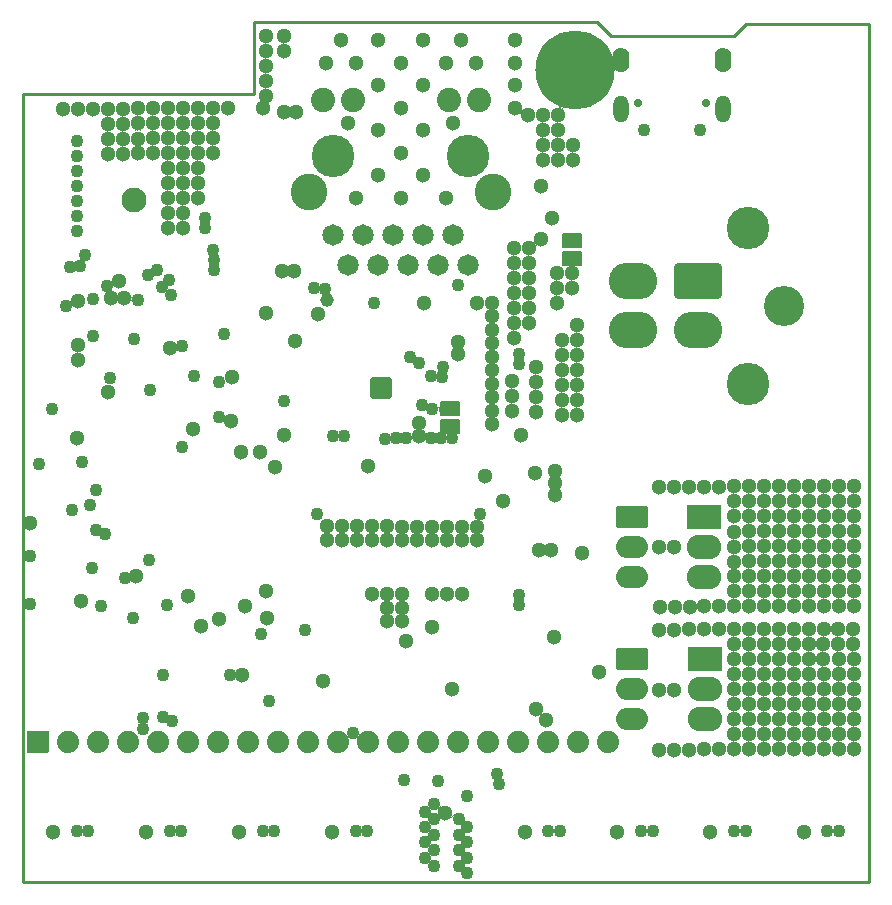
<source format=gbr>
%TF.GenerationSoftware,KiCad,Pcbnew,(6.0.8)*%
%TF.CreationDate,2023-03-02T15:21:57+03:00*%
%TF.ProjectId,ESP32-DEVKIT-L,45535033-322d-4444-9556-4b49542d4c2e,1*%
%TF.SameCoordinates,PX4260300PY8558f68*%
%TF.FileFunction,Soldermask,Bot*%
%TF.FilePolarity,Negative*%
%FSLAX46Y46*%
G04 Gerber Fmt 4.6, Leading zero omitted, Abs format (unit mm)*
G04 Created by KiCad (PCBNEW (6.0.8)) date 2023-03-02 15:21:57*
%MOMM*%
%LPD*%
G01*
G04 APERTURE LIST*
G04 Aperture macros list*
%AMRoundRect*
0 Rectangle with rounded corners*
0 $1 Rounding radius*
0 $2 $3 $4 $5 $6 $7 $8 $9 X,Y pos of 4 corners*
0 Add a 4 corners polygon primitive as box body*
4,1,4,$2,$3,$4,$5,$6,$7,$8,$9,$2,$3,0*
0 Add four circle primitives for the rounded corners*
1,1,$1+$1,$2,$3*
1,1,$1+$1,$4,$5*
1,1,$1+$1,$6,$7*
1,1,$1+$1,$8,$9*
0 Add four rect primitives between the rounded corners*
20,1,$1+$1,$2,$3,$4,$5,0*
20,1,$1+$1,$4,$5,$6,$7,0*
20,1,$1+$1,$6,$7,$8,$9,0*
20,1,$1+$1,$8,$9,$2,$3,0*%
G04 Aperture macros list end*
%TA.AperFunction,Profile*%
%ADD10C,0.254000*%
%TD*%
%ADD11C,2.101600*%
%ADD12RoundRect,0.200000X-0.711200X0.711200X-0.711200X-0.711200X0.711200X-0.711200X0.711200X0.711200X0*%
%ADD13C,3.600000*%
%ADD14C,1.810000*%
%ADD15C,2.050000*%
%ADD16C,3.100000*%
%ADD17C,1.600000*%
%ADD18C,6.700000*%
%ADD19RoundRect,0.050800X-0.889000X-0.889000X0.889000X-0.889000X0.889000X0.889000X-0.889000X0.889000X0*%
%ADD20C,1.879600*%
%ADD21RoundRect,0.200000X-1.150000X0.750000X-1.150000X-0.750000X1.150000X-0.750000X1.150000X0.750000X0*%
%ADD22O,2.700000X1.900000*%
%ADD23RoundRect,0.200000X-1.250000X0.850000X-1.250000X-0.850000X1.250000X-0.850000X1.250000X0.850000X0*%
%ADD24O,2.900000X2.100000*%
%ADD25C,3.400000*%
%ADD26RoundRect,0.450001X-1.599999X1.099999X-1.599999X-1.099999X1.599999X-1.099999X1.599999X1.099999X0*%
%ADD27O,4.100000X3.100000*%
%ADD28C,0.701600*%
%ADD29O,1.301600X2.301600*%
%ADD30O,1.401600X2.101600*%
%ADD31RoundRect,0.050800X0.800100X-0.584200X0.800100X0.584200X-0.800100X0.584200X-0.800100X-0.584200X0*%
%ADD32C,1.300000*%
%ADD33C,1.100000*%
%ADD34C,1.150000*%
G04 APERTURE END LIST*
D10*
X48650000Y72773492D02*
X49770000Y71659000D01*
X48650000Y72773492D02*
X19554000Y72769000D01*
X-4000Y66673000D02*
X0Y0D01*
X61200000Y72675000D02*
X71675000Y72675000D01*
X19554000Y66673000D02*
X19554000Y72769000D01*
X60184000Y71659000D02*
X61200000Y72675000D01*
X49770000Y71659000D02*
X60184000Y71659000D01*
X71675000Y72675000D02*
X71675000Y0D01*
X-4000Y66673000D02*
X19554000Y66673000D01*
X0Y0D02*
X71675000Y0D01*
X48650000Y72773492D02*
X49770000Y71659000D01*
X48650000Y72773492D02*
X19554000Y72769000D01*
X-4000Y66673000D02*
X0Y0D01*
X61200000Y72675000D02*
X71675000Y72675000D01*
X19554000Y66673000D02*
X19554000Y72769000D01*
X60184000Y71659000D02*
X61200000Y72675000D01*
X49770000Y71659000D02*
X60184000Y71659000D01*
X71675000Y72675000D02*
X71675000Y0D01*
X-4000Y66673000D02*
X19554000Y66673000D01*
X0Y0D02*
X71675000Y0D01*
D11*
X9410000Y57742000D03*
D12*
X30349000Y41781000D03*
D13*
X26285000Y61466000D03*
X37715000Y61466000D03*
D14*
X36455000Y54766000D03*
X35185000Y52226000D03*
X33915000Y54766000D03*
X32645000Y52226000D03*
X31375000Y54766000D03*
X30105000Y52226000D03*
X28835000Y54766000D03*
X27565000Y52226000D03*
D15*
X27930000Y66214500D03*
X38610000Y66214500D03*
D16*
X39800000Y58416000D03*
X24200000Y58416000D03*
D15*
X25390000Y66214500D03*
X36070000Y66214500D03*
D17*
X45081000Y70356000D03*
X45081000Y66927000D03*
X49145000Y68705000D03*
X48383000Y70356000D03*
X44319000Y68705000D03*
X48383000Y67054000D03*
X46732000Y71118000D03*
D18*
X46732000Y68705000D03*
D17*
X46732000Y66292000D03*
D19*
X1266000Y11809000D03*
D20*
X3806000Y11809000D03*
X6346000Y11809000D03*
X8886000Y11809000D03*
X11426000Y11809000D03*
X13966000Y11809000D03*
X16506000Y11809000D03*
X19046000Y11809000D03*
X21586000Y11809000D03*
X24126000Y11809000D03*
X26666000Y11809000D03*
X29206000Y11809000D03*
X31746000Y11809000D03*
X34286000Y11809000D03*
X36826000Y11809000D03*
X39366000Y11809000D03*
X41906000Y11809000D03*
X44446000Y11809000D03*
X46986000Y11809000D03*
X49526000Y11809000D03*
D14*
X26300000Y54775000D03*
D21*
X51610000Y30925000D03*
D22*
X51610000Y28385000D03*
X51610000Y25845000D03*
D21*
X51610000Y18850000D03*
D22*
X51610000Y16310000D03*
X51610000Y13770000D03*
D23*
X57725000Y18875000D03*
D24*
X57725000Y16335000D03*
X57725000Y13795000D03*
D23*
X57717500Y30935000D03*
D24*
X57717500Y28395000D03*
X57717500Y25855000D03*
D25*
X64465000Y48800000D03*
D26*
X57165000Y50900000D03*
D27*
X57165000Y46700000D03*
X51665000Y50900000D03*
X51665000Y46700000D03*
D28*
X57865000Y65920000D03*
X52085000Y65920000D03*
D29*
X59295000Y65420000D03*
D30*
X59295000Y69600000D03*
D29*
X50655000Y65420000D03*
D30*
X50655000Y69600000D03*
D14*
X37715000Y52225000D03*
D13*
X61365000Y42200000D03*
X61365000Y55400000D03*
D26*
X57165000Y50900000D03*
D27*
X57165000Y46700000D03*
X51665000Y50900000D03*
X51665000Y46700000D03*
D31*
X36135488Y38539500D03*
X36135488Y38539500D03*
X36135488Y40063500D03*
X46475000Y52763000D03*
X46475000Y52763000D03*
X46475000Y54287000D03*
D32*
X14380071Y38372992D03*
X32130000Y24381000D03*
X33400000Y28948000D03*
X32130000Y30091000D03*
X33400000Y30091000D03*
X34670000Y28948000D03*
X32130000Y28948000D03*
X34670000Y30091000D03*
X34670000Y24378000D03*
X32130000Y23235000D03*
X38480000Y28945000D03*
X38480000Y30088000D03*
X32130000Y22088000D03*
X35940000Y28945000D03*
X35940000Y30088000D03*
X37210000Y30088000D03*
X37210000Y28945000D03*
X20570000Y66548000D03*
X35940000Y24378000D03*
X3400000Y65468000D03*
X4680000Y65478000D03*
X30860000Y22088000D03*
X30860000Y23235000D03*
X29590000Y24378000D03*
X20570000Y67818000D03*
X30860000Y24382000D03*
X46920000Y39553000D03*
X13585000Y56623000D03*
X9765000Y61698000D03*
X46470000Y50273000D03*
X41620000Y46033000D03*
X13575000Y62968000D03*
X14845000Y62973000D03*
X20323700Y65490519D03*
X45650000Y45898000D03*
X46920000Y45898000D03*
X30857000Y28952000D03*
X43459261Y42348000D03*
X45650000Y40823000D03*
X7230000Y64213000D03*
D33*
X36318004Y37588000D03*
D32*
X45200000Y50273000D03*
X22094000Y65147000D03*
X7230000Y62943000D03*
X16115000Y64248000D03*
X22094000Y70354000D03*
X41625000Y49838000D03*
X46920000Y43358000D03*
X4695000Y44192000D03*
X41450000Y42443000D03*
X12325000Y59163000D03*
X33524000Y38858000D03*
X29206000Y35175000D03*
X20570000Y48129000D03*
X7230000Y61673000D03*
X41625000Y47298000D03*
X46920000Y42088000D03*
X28317000Y28952000D03*
X8500000Y61673000D03*
X45650000Y39553000D03*
X39747000Y45589000D03*
X44940000Y20738000D03*
X45200000Y51523000D03*
X43475000Y39823000D03*
X21967000Y51685000D03*
X14845000Y64248000D03*
X14855000Y57893000D03*
X16125000Y61703000D03*
X44812500Y56173000D03*
X41625000Y51108000D03*
X41450000Y39903000D03*
X12325000Y55353000D03*
X43475000Y43573000D03*
X42895000Y53643000D03*
X41625000Y48568000D03*
X45195000Y49008000D03*
D33*
X32761988Y44446000D03*
D32*
X12305000Y64238000D03*
X12315000Y60433000D03*
X22094000Y71624000D03*
D33*
X33524000Y43938000D03*
D32*
X11035000Y64238000D03*
X23110000Y65147000D03*
X7489000Y49399000D03*
X12325000Y57893000D03*
X42895000Y49838000D03*
X46920000Y44628000D03*
X23070479Y45803479D03*
X46470000Y51523000D03*
X17385000Y65498000D03*
X16115000Y62973000D03*
X41625000Y52373000D03*
X22957600Y51685000D03*
D33*
X631000Y23491000D03*
D32*
X34635525Y21610100D03*
X8500000Y65483000D03*
X43684000Y28063000D03*
X42895000Y47298000D03*
X13585000Y60433000D03*
X9765000Y64238000D03*
X14855000Y59163000D03*
X46920000Y40823000D03*
X11035000Y61698000D03*
X9765000Y65508000D03*
X13585000Y57893000D03*
X11035000Y65508000D03*
X8568500Y49399561D03*
X39154589Y34343411D03*
D33*
X631000Y27555000D03*
D32*
X25015000Y48065500D03*
X11035000Y62968000D03*
X4905900Y23813898D03*
X44700000Y28063000D03*
X14845000Y65498000D03*
X13575000Y65508000D03*
X41625000Y53643000D03*
X13585000Y55353000D03*
X46925000Y47163000D03*
X36826000Y45716000D03*
X14855000Y60433000D03*
X45650000Y42088000D03*
X4695000Y45462000D03*
X33524000Y37715000D03*
X41450000Y41173000D03*
X36826000Y44700000D03*
X39747000Y43303000D03*
X12305000Y65508000D03*
X16115000Y65498000D03*
X8500000Y64213000D03*
X22147260Y37868000D03*
X12305000Y62968000D03*
X13585000Y59163000D03*
X39747000Y44446000D03*
X4695000Y49145000D03*
X45650000Y43358000D03*
X42895000Y51108000D03*
X14855000Y61718000D03*
X4568000Y37587848D03*
X45650000Y44628000D03*
X13575000Y64238000D03*
X7230000Y65483000D03*
X12305000Y61698000D03*
X42895000Y52373000D03*
X43352843Y34630393D03*
X43459261Y41078000D03*
X44065000Y63623000D03*
X41652000Y71243000D03*
X45335000Y62353000D03*
X39747000Y38731000D03*
X27047000Y30095000D03*
X20570000Y71624000D03*
X5960000Y65483000D03*
X46605000Y61083000D03*
X39747000Y46732000D03*
X44065000Y62353000D03*
X41652000Y65528000D03*
X9770000Y62943000D03*
X8500000Y62943000D03*
X25777000Y28952000D03*
X39747000Y39874000D03*
X44050000Y61098000D03*
X28317000Y30095000D03*
X27047000Y28952000D03*
X39747000Y41017000D03*
X25777000Y30095000D03*
X30857000Y30095000D03*
X39747000Y42160000D03*
X13585000Y61718000D03*
X39747000Y47875000D03*
X46605000Y62353000D03*
X20570000Y69084000D03*
X44065000Y64893000D03*
X45335000Y64893000D03*
X45335000Y61083000D03*
X41652000Y67433000D03*
D33*
X34540000Y37588000D03*
D32*
X42895000Y48568000D03*
X29587000Y28952000D03*
X29587000Y30095000D03*
X42795000Y64893000D03*
X45335000Y63623000D03*
X12325000Y56623000D03*
X41652000Y69338000D03*
X39747000Y49018000D03*
X644186Y30348000D03*
D33*
X35429000Y37588000D03*
D32*
X37207000Y24380000D03*
X20570000Y70354000D03*
X14015299Y24177800D03*
X55150000Y28385000D03*
X61490000Y30950000D03*
X60185000Y18845000D03*
X67805000Y17590000D03*
X65290000Y12515000D03*
X69090000Y11235000D03*
X69080000Y32220000D03*
X60205000Y16295000D03*
X63985000Y20130000D03*
X62760000Y12505000D03*
X65280000Y33500000D03*
X55185000Y23310000D03*
X60205000Y17565000D03*
X64005000Y15040000D03*
X64030000Y12505000D03*
X61455000Y21390000D03*
X53915000Y23310000D03*
X67830000Y29690000D03*
X57655000Y21375000D03*
X61490000Y29680000D03*
X69090000Y29680000D03*
X61480000Y32220000D03*
X56400000Y21375000D03*
X69090000Y12505000D03*
X61490000Y13775000D03*
X56430000Y11210000D03*
X64030000Y13775000D03*
X62760000Y13775000D03*
D33*
X40174428Y9133880D03*
D32*
X70355000Y33490000D03*
X69115000Y23335000D03*
X61490000Y12505000D03*
X56425000Y33475000D03*
X69090000Y28410000D03*
X66535000Y17590000D03*
X65290000Y13785000D03*
X69055000Y21390000D03*
X17680000Y42740000D03*
X67825000Y33510000D03*
X62735000Y16310000D03*
X67855000Y24615000D03*
X21366779Y35096779D03*
X64005000Y16310000D03*
X70360000Y30950000D03*
X61465000Y16310000D03*
X65265000Y17590000D03*
X58220000Y4230000D03*
X62755000Y32220000D03*
X12461090Y45243100D03*
X61515000Y25875000D03*
X61455000Y20120000D03*
X65315000Y23345000D03*
X70360000Y28410000D03*
X60230000Y11220000D03*
X58955000Y33475000D03*
X60230000Y28395000D03*
X64000000Y21400000D03*
X69055000Y20120000D03*
X65265000Y18860000D03*
X66560000Y30960000D03*
X70385000Y24605000D03*
X70355000Y32220000D03*
X60230000Y27125000D03*
X62755000Y33490000D03*
X64055000Y24605000D03*
X61515000Y24605000D03*
X67810000Y30970000D03*
X64030000Y28410000D03*
X64030000Y29680000D03*
X67810000Y32240000D03*
X16603499Y22239588D03*
X60210000Y30945000D03*
X10420000Y4215669D03*
X67830000Y11245000D03*
X66530000Y21400000D03*
X70330000Y21390000D03*
X70330000Y20120000D03*
X2560000Y4220000D03*
X67855000Y23345000D03*
X63985000Y18860000D03*
X55160000Y11210000D03*
X70335000Y16310000D03*
X15064589Y21704589D03*
X53890000Y11210000D03*
X57680000Y33475000D03*
X61515000Y23335000D03*
X42489227Y4220000D03*
X57690000Y11220000D03*
X69065000Y18850000D03*
X66560000Y12515000D03*
X66560000Y13785000D03*
X67785000Y18870000D03*
X65255000Y21400000D03*
X61490000Y27140000D03*
X64030000Y27140000D03*
X62785000Y24605000D03*
X64025000Y33500000D03*
X69080000Y33490000D03*
X69090000Y27140000D03*
X20580000Y24670000D03*
X57715000Y23320000D03*
X66535000Y16320000D03*
X66560000Y15055000D03*
X55135000Y16285000D03*
X61465000Y18850000D03*
X65315000Y24615000D03*
X20653228Y22336328D03*
X61490000Y28410000D03*
X65290000Y29690000D03*
X70360000Y13775000D03*
X56455000Y23310000D03*
X62735000Y17580000D03*
X62785000Y27145000D03*
X70335000Y17580000D03*
X66585000Y25885000D03*
X66555000Y32230000D03*
X64005000Y17580000D03*
X60255000Y25860000D03*
X60205000Y15025000D03*
D33*
X5971100Y49346601D03*
D32*
X62760000Y30950000D03*
X62760000Y28410000D03*
X69090000Y30950000D03*
X62785000Y23335000D03*
X66530000Y20130000D03*
X70360000Y12505000D03*
X25380000Y16970000D03*
X61480000Y33490000D03*
X65255000Y20130000D03*
X69115000Y25875000D03*
X61465000Y15040000D03*
X50340000Y4230000D03*
X65280000Y32230000D03*
X67830000Y12515000D03*
X62785000Y25875000D03*
X70360000Y29680000D03*
X64030000Y11235000D03*
X53880000Y28385000D03*
X60255000Y23320000D03*
X65290000Y11245000D03*
X60225000Y33485000D03*
X62760000Y11235000D03*
X67830000Y27150000D03*
X64010000Y30960000D03*
X70385000Y25875000D03*
X62760000Y15045000D03*
X66560000Y29690000D03*
X64010000Y32230000D03*
X65315000Y25885000D03*
X35774009Y5859842D03*
X65290000Y27150000D03*
X26170000Y4216721D03*
X60230000Y29665000D03*
X62730000Y21390000D03*
X60200000Y21385000D03*
X53880000Y33465000D03*
X67805000Y15050000D03*
X69090000Y13775000D03*
X9609195Y25870474D03*
X62760000Y29680000D03*
X60255000Y24590000D03*
X62730000Y20120000D03*
X67830000Y28420000D03*
X69065000Y15040000D03*
X53855000Y21365000D03*
X58930000Y21375000D03*
X69065000Y16310000D03*
X55130000Y21365000D03*
X70335000Y18850000D03*
X60230000Y13760000D03*
X55155000Y33465000D03*
X7225961Y41504039D03*
X66555000Y33500000D03*
X60230000Y12490000D03*
X65290000Y28420000D03*
X70385000Y23335000D03*
X61465000Y17580000D03*
X66585000Y24615000D03*
X66560000Y11245000D03*
X67830000Y13785000D03*
X67800000Y21410000D03*
X58960000Y11220000D03*
X69115000Y24605000D03*
X58985000Y23320000D03*
X66100000Y4230000D03*
X60185000Y20115000D03*
X66585000Y27155000D03*
X70360000Y11235000D03*
X67855000Y25885000D03*
X61490000Y11235000D03*
X69065000Y17580000D03*
X64055000Y25875000D03*
X66535000Y18860000D03*
X65265000Y16320000D03*
X67785000Y20140000D03*
X70360000Y15045000D03*
X66585000Y23345000D03*
X36336128Y16343872D03*
X67805000Y16320000D03*
X62735000Y18850000D03*
X70385000Y27145000D03*
X18298234Y4212649D03*
X65290000Y30960000D03*
X64055000Y23335000D03*
X60210000Y32215000D03*
X66560000Y28420000D03*
X65265000Y15050000D03*
X53865000Y16285000D03*
X18851351Y23366097D03*
D33*
X14474000Y42797000D03*
D32*
X40690000Y32256000D03*
X8180000Y50860000D03*
X44300000Y13730000D03*
X18590000Y17500000D03*
X18500000Y36440000D03*
X43430000Y14603000D03*
D33*
X20840000Y15280551D03*
X1373596Y35360000D03*
X20208300Y21020000D03*
X4550000Y62736000D03*
X36826000Y50544000D03*
X29714000Y49020000D03*
D32*
X33970000Y49020000D03*
X38477000Y49020000D03*
D34*
X25777000Y49274000D03*
D32*
X42159976Y37844020D03*
D33*
X57375000Y63700000D03*
D32*
X32480000Y20380000D03*
D33*
X52575000Y63700000D03*
X25559530Y50187798D03*
X24666301Y50321179D03*
X4155440Y31450000D03*
X4980000Y35538700D03*
X10783480Y41634700D03*
X12202865Y23472700D03*
X4550000Y57656000D03*
D32*
X45081000Y32764000D03*
X48775000Y17775000D03*
X45081000Y34796000D03*
X45081000Y33780000D03*
D33*
X12548555Y49657751D03*
X37630000Y7240000D03*
X32287950Y8614224D03*
X4550000Y60196000D03*
X10159519Y13895438D03*
X10189840Y12975717D03*
X4550000Y61466000D03*
X4550000Y56386000D03*
X35145630Y8547045D03*
D32*
X20070000Y36360000D03*
X17649000Y38987000D03*
D33*
X16633000Y39367980D03*
X16633000Y42289000D03*
X17554700Y17500000D03*
X11840211Y17500211D03*
X4550000Y58926000D03*
X27948670Y12640081D03*
X7361100Y42670000D03*
X2479143Y40010000D03*
X17000543Y46411091D03*
X23900000Y21314700D03*
X12401455Y50997029D03*
X11847164Y13987300D03*
X10600358Y51399500D03*
X13438190Y45337000D03*
X13440000Y36790000D03*
X6208900Y33188293D03*
X6210000Y29820300D03*
X9793926Y49269812D03*
X11397444Y51785274D03*
X12674333Y13641251D03*
X26284996Y37780500D03*
X4876919Y52140990D03*
X27174000Y37780500D03*
X5240429Y53043317D03*
X30692412Y37537485D03*
X4003187Y52061931D03*
X31566595Y37617220D03*
X16184289Y51771382D03*
X32443985Y37590000D03*
X7133800Y50463101D03*
X5712747Y31897853D03*
X7000251Y29439300D03*
X9394000Y45972000D03*
X10719095Y27241700D03*
X6600000Y23366000D03*
X9336254Y22322491D03*
X3622686Y48766000D03*
X5965000Y46226000D03*
X8620300Y25750000D03*
X5838000Y26540998D03*
X24869536Y31110464D03*
X38714930Y31113000D03*
X4550000Y55100000D03*
D32*
X43912500Y58900000D03*
D33*
X15427114Y55370000D03*
X35561367Y43637483D03*
X16150053Y52648526D03*
X34539439Y42796439D03*
X16116035Y53525679D03*
X35514546Y42711454D03*
X15418726Y56251734D03*
X33758712Y40376700D03*
X11808376Y50349872D03*
X22126611Y40740917D03*
X12430000Y4290000D03*
X34090000Y4640000D03*
X34790000Y3990000D03*
X13430000Y4290000D03*
X34090000Y3340000D03*
X20308234Y4290126D03*
X34790000Y2690000D03*
X21300000Y4290126D03*
X34090000Y2040000D03*
X28170000Y4286721D03*
X29170000Y4286721D03*
X34790000Y1390000D03*
X37600000Y740000D03*
X44490000Y4283893D03*
X36900000Y1390000D03*
X45490000Y4283893D03*
X52360000Y4284115D03*
X37600000Y2040000D03*
X53360000Y4284115D03*
X36900000Y2690000D03*
X37600000Y3340000D03*
X60230000Y4285112D03*
X61230000Y4285112D03*
X36900000Y3990000D03*
D32*
X33905000Y71245000D03*
X30095000Y71245000D03*
X28190000Y69340000D03*
X33905000Y67435000D03*
X33905000Y59815000D03*
X32000000Y69340000D03*
X30095000Y63625000D03*
X30095000Y67435000D03*
X32000000Y61720000D03*
X28190000Y57910000D03*
X35810000Y57910000D03*
X38350000Y69340000D03*
X32000000Y65530000D03*
X25650000Y69340000D03*
X36445000Y64260000D03*
X35810000Y69340000D03*
X32000000Y57910000D03*
X33905000Y63625000D03*
X27555000Y64260000D03*
X30095000Y59815000D03*
X26920000Y71245000D03*
X37080000Y71245000D03*
D33*
X34675000Y40000000D03*
X68110000Y4285000D03*
X37600000Y4640000D03*
X36900000Y5290000D03*
X69110000Y4285000D03*
X40304333Y8266251D03*
X34800000Y6590000D03*
X41993816Y44702000D03*
X41979830Y23432698D03*
X42032439Y43812439D03*
X41981100Y24310000D03*
D32*
X43912500Y54450000D03*
X47367597Y27872897D03*
D33*
X34090000Y5940000D03*
X4560000Y4290000D03*
X34790000Y5290000D03*
X5560000Y4290000D03*
G36*
X36402868Y5691434D02*
G01*
X36403274Y5689918D01*
X36403086Y5688596D01*
X36412298Y5652718D01*
X36443810Y5634082D01*
X36479547Y5643258D01*
X36486566Y5650202D01*
X36488501Y5650709D01*
X36489908Y5649287D01*
X36489560Y5647562D01*
X36425432Y5563990D01*
X36370690Y5431828D01*
X36369150Y5420134D01*
X36367932Y5418547D01*
X36365949Y5418808D01*
X36365235Y5419877D01*
X36355834Y5454961D01*
X36324129Y5473267D01*
X36288499Y5463720D01*
X36280439Y5455403D01*
X36278516Y5454855D01*
X36277079Y5456247D01*
X36277379Y5457962D01*
X36341842Y5547671D01*
X36399438Y5690946D01*
X36401012Y5692180D01*
X36402868Y5691434D01*
G37*
G36*
X35332215Y6447345D02*
G01*
X35332611Y6445866D01*
X35332498Y6445007D01*
X35342085Y6409227D01*
X35373758Y6390941D01*
X35401361Y6399274D01*
X35403308Y6398817D01*
X35403716Y6398276D01*
X35404343Y6397062D01*
X35406597Y6398225D01*
X35408595Y6398131D01*
X35409512Y6396354D01*
X35408829Y6394941D01*
X35292461Y6293428D01*
X35202937Y6166048D01*
X35163006Y6063630D01*
X35161446Y6062380D01*
X35159582Y6063107D01*
X35159143Y6064315D01*
X35158378Y6100800D01*
X35131955Y6126140D01*
X35095048Y6125366D01*
X35088227Y6121332D01*
X35086227Y6121312D01*
X35085209Y6123033D01*
X35085991Y6124641D01*
X35187482Y6202518D01*
X35274568Y6316010D01*
X35328780Y6446892D01*
X35330367Y6448110D01*
X35332215Y6447345D01*
G37*
G36*
X28486529Y12540199D02*
G01*
X28487243Y12539130D01*
X28496644Y12504046D01*
X28528338Y12485747D01*
X28564493Y12495876D01*
X28566431Y12495380D01*
X28566971Y12493454D01*
X28566519Y12492612D01*
X28447314Y12360220D01*
X28349287Y12190433D01*
X28299155Y12036142D01*
X28297669Y12034804D01*
X28295767Y12035422D01*
X28295347Y12037365D01*
X28324282Y12128577D01*
X28321119Y12165485D01*
X28293116Y12189066D01*
X28256301Y12185911D01*
X28253385Y12184057D01*
X28251387Y12183972D01*
X28250314Y12185660D01*
X28251094Y12187332D01*
X28336152Y12252599D01*
X28423238Y12366091D01*
X28477980Y12498253D01*
X28483328Y12538873D01*
X28484546Y12540460D01*
X28486529Y12540199D01*
G37*
G36*
X27416727Y12515254D02*
G01*
X27417270Y12514127D01*
X27419360Y12498253D01*
X27474102Y12366091D01*
X27561188Y12252599D01*
X27617143Y12209663D01*
X27617908Y12207815D01*
X27616690Y12206228D01*
X27615407Y12206144D01*
X27580325Y12215544D01*
X27548620Y12197239D01*
X27539055Y12161541D01*
X27540641Y12154174D01*
X27566116Y12069794D01*
X27565659Y12067847D01*
X27563744Y12067269D01*
X27562299Y12068598D01*
X27522713Y12190433D01*
X27424686Y12360220D01*
X27311230Y12486227D01*
X27310814Y12488183D01*
X27312300Y12489521D01*
X27313991Y12489106D01*
X27335108Y12471636D01*
X27370512Y12460745D01*
X27402849Y12477865D01*
X27413365Y12514419D01*
X27414805Y12515807D01*
X27416727Y12515254D01*
G37*
G36*
X35285907Y40204995D02*
G01*
X35286588Y40203491D01*
X35286588Y39796511D01*
X35285588Y39794779D01*
X35283588Y39794779D01*
X35282740Y39795746D01*
X35268414Y39830333D01*
X35234590Y39844343D01*
X35200561Y39830248D01*
X35191276Y39816352D01*
X35189482Y39815467D01*
X35187819Y39816578D01*
X35187765Y39818228D01*
X35204310Y39858172D01*
X35222983Y40000000D01*
X35204310Y40141828D01*
X35187339Y40182801D01*
X35187600Y40184784D01*
X35189448Y40185549D01*
X35190601Y40184980D01*
X35216283Y40159298D01*
X35252895Y40159298D01*
X35278938Y40185341D01*
X35282626Y40203881D01*
X35283945Y40205385D01*
X35285907Y40204995D01*
G37*
G36*
X9206438Y49514609D02*
G01*
X9224354Y49482815D01*
X9259616Y49472970D01*
X9291761Y49491083D01*
X9296744Y49499611D01*
X9298481Y49500602D01*
X9300208Y49499593D01*
X9300319Y49497837D01*
X9264616Y49411640D01*
X9245943Y49269812D01*
X9262536Y49143783D01*
X9261771Y49141935D01*
X9259788Y49141674D01*
X9258821Y49142522D01*
X9240658Y49173979D01*
X9205294Y49183455D01*
X9173341Y49165006D01*
X9168208Y49156008D01*
X9166481Y49154999D01*
X9164744Y49155990D01*
X9164615Y49157745D01*
X9194406Y49231852D01*
X9216358Y49386099D01*
X9216499Y49399448D01*
X9202710Y49513387D01*
X9203495Y49515226D01*
X9205481Y49515467D01*
X9206438Y49514609D01*
G37*
G36*
X58764028Y49351001D02*
G01*
X58764028Y49349001D01*
X58762517Y49348013D01*
X58762508Y49348012D01*
X58762287Y49348000D01*
X55567713Y49348000D01*
X55565981Y49349000D01*
X55565981Y49351000D01*
X55567713Y49352000D01*
X58762296Y49352001D01*
X58764028Y49351001D01*
G37*
G36*
X58764019Y52451000D02*
G01*
X58764019Y52449000D01*
X58762287Y52448000D01*
X55567704Y52447999D01*
X55565972Y52448999D01*
X55565972Y52450999D01*
X55567483Y52451987D01*
X55567492Y52451988D01*
X55567713Y52452000D01*
X58762287Y52452000D01*
X58764019Y52451000D01*
G37*
G36*
X43296582Y54260074D02*
G01*
X43297345Y54259101D01*
X43335141Y54155820D01*
X43421978Y54026593D01*
X43537133Y53921810D01*
X43583152Y53896824D01*
X43584197Y53895118D01*
X43583243Y53893361D01*
X43581989Y53893077D01*
X43545694Y53896891D01*
X43517276Y53873878D01*
X43514563Y53834085D01*
X43513448Y53832425D01*
X43511453Y53832561D01*
X43510697Y53833514D01*
X43469246Y53943209D01*
X43381060Y54071522D01*
X43264818Y54175090D01*
X43225184Y54196075D01*
X43224121Y54197770D01*
X43225057Y54199537D01*
X43226308Y54199834D01*
X43262639Y54196400D01*
X43290825Y54219718D01*
X43293472Y54258550D01*
X43294587Y54260210D01*
X43296582Y54260074D01*
G37*
G36*
X10006326Y63638183D02*
G01*
X10007225Y63636396D01*
X10006742Y63635204D01*
X9982897Y63607578D01*
X9985584Y63570970D01*
X10005513Y63550620D01*
X10006010Y63548683D01*
X10004581Y63547284D01*
X10003148Y63547453D01*
X10002216Y63547946D01*
X9851214Y63585876D01*
X9695524Y63586691D01*
X9544128Y63550344D01*
X9529607Y63542849D01*
X9527610Y63542943D01*
X9526692Y63544720D01*
X9527162Y63545917D01*
X9550717Y63573790D01*
X9547644Y63610380D01*
X9527786Y63630659D01*
X9526233Y63631503D01*
X9525189Y63633208D01*
X9526143Y63634965D01*
X9527696Y63635195D01*
X9677060Y63596010D01*
X9832732Y63593565D01*
X9984498Y63628324D01*
X10004329Y63638298D01*
X10006326Y63638183D01*
G37*
G36*
X42290045Y65424294D02*
G01*
X42290748Y65423217D01*
X42299824Y65387869D01*
X42331298Y65369256D01*
X42369544Y65380586D01*
X42371489Y65380119D01*
X42372057Y65378201D01*
X42371427Y65377161D01*
X42313452Y65326586D01*
X42223928Y65199206D01*
X42167373Y65054148D01*
X42160020Y64998301D01*
X42158802Y64996714D01*
X42156819Y64996975D01*
X42156105Y64998044D01*
X42146660Y65033294D01*
X42114982Y65051584D01*
X42077661Y65040530D01*
X42075716Y65040997D01*
X42075148Y65042915D01*
X42075794Y65043969D01*
X42128981Y65089396D01*
X42219833Y65215829D01*
X42277906Y65360291D01*
X42286831Y65423002D01*
X42288065Y65424576D01*
X42290045Y65424294D01*
G37*
G36*
X45405790Y65634531D02*
G01*
X45477817Y65600792D01*
X45768978Y65501105D01*
X45770293Y65499598D01*
X45769645Y65497706D01*
X45768456Y65497217D01*
X45731281Y65494879D01*
X45707070Y65467417D01*
X45709382Y65430654D01*
X45719521Y65417296D01*
X45719772Y65415312D01*
X45718179Y65414103D01*
X45716598Y65414594D01*
X45704818Y65425090D01*
X45567216Y65497946D01*
X45416214Y65535876D01*
X45383993Y65536045D01*
X45382266Y65537054D01*
X45382276Y65539054D01*
X45383247Y65539897D01*
X45417034Y65553685D01*
X45431221Y65587434D01*
X45417296Y65621558D01*
X45403789Y65631086D01*
X45402950Y65632901D01*
X45404103Y65634536D01*
X45405790Y65634531D01*
G37*
G36*
X49955529Y69917130D02*
G01*
X49956200Y69915636D01*
X49956200Y69603403D01*
X49955200Y69601671D01*
X49953200Y69601671D01*
X49952273Y69602869D01*
X49905126Y69772876D01*
X49856020Y69896273D01*
X49856308Y69898252D01*
X49858167Y69898991D01*
X49859312Y69898406D01*
X49885280Y69871703D01*
X49921888Y69871192D01*
X49948287Y69896864D01*
X49952241Y69916040D01*
X49953570Y69917534D01*
X49955529Y69917130D01*
G37*
M02*

</source>
